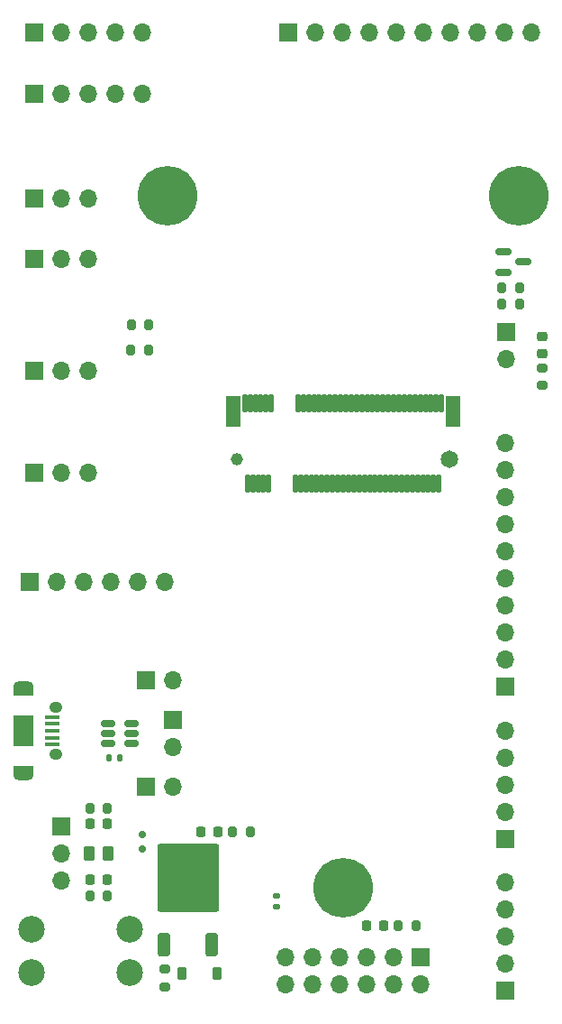
<source format=gts>
G04 #@! TF.GenerationSoftware,KiCad,Pcbnew,7.0.9+1*
G04 #@! TF.CreationDate,2023-12-16T14:52:44+01:00*
G04 #@! TF.ProjectId,byron,6279726f-6e2e-46b6-9963-61645f706362,rev?*
G04 #@! TF.SameCoordinates,Original*
G04 #@! TF.FileFunction,Soldermask,Top*
G04 #@! TF.FilePolarity,Negative*
%FSLAX46Y46*%
G04 Gerber Fmt 4.6, Leading zero omitted, Abs format (unit mm)*
G04 Created by KiCad (PCBNEW 7.0.9+1) date 2023-12-16 14:52:44*
%MOMM*%
%LPD*%
G01*
G04 APERTURE LIST*
G04 Aperture macros list*
%AMRoundRect*
0 Rectangle with rounded corners*
0 $1 Rounding radius*
0 $2 $3 $4 $5 $6 $7 $8 $9 X,Y pos of 4 corners*
0 Add a 4 corners polygon primitive as box body*
4,1,4,$2,$3,$4,$5,$6,$7,$8,$9,$2,$3,0*
0 Add four circle primitives for the rounded corners*
1,1,$1+$1,$2,$3*
1,1,$1+$1,$4,$5*
1,1,$1+$1,$6,$7*
1,1,$1+$1,$8,$9*
0 Add four rect primitives between the rounded corners*
20,1,$1+$1,$2,$3,$4,$5,0*
20,1,$1+$1,$4,$5,$6,$7,0*
20,1,$1+$1,$6,$7,$8,$9,0*
20,1,$1+$1,$8,$9,$2,$3,0*%
G04 Aperture macros list end*
%ADD10RoundRect,0.200000X-0.275000X0.200000X-0.275000X-0.200000X0.275000X-0.200000X0.275000X0.200000X0*%
%ADD11R,1.700000X1.700000*%
%ADD12O,1.700000X1.700000*%
%ADD13RoundRect,0.250000X0.350000X-0.850000X0.350000X0.850000X-0.350000X0.850000X-0.350000X-0.850000X0*%
%ADD14RoundRect,0.249997X2.650003X-2.950003X2.650003X2.950003X-2.650003X2.950003X-2.650003X-2.950003X0*%
%ADD15RoundRect,0.218750X-0.218750X-0.256250X0.218750X-0.256250X0.218750X0.256250X-0.218750X0.256250X0*%
%ADD16RoundRect,0.200000X0.200000X0.275000X-0.200000X0.275000X-0.200000X-0.275000X0.200000X-0.275000X0*%
%ADD17RoundRect,0.135000X0.185000X-0.135000X0.185000X0.135000X-0.185000X0.135000X-0.185000X-0.135000X0*%
%ADD18RoundRect,0.200000X-0.200000X-0.275000X0.200000X-0.275000X0.200000X0.275000X-0.200000X0.275000X0*%
%ADD19RoundRect,0.250000X-0.262500X-0.450000X0.262500X-0.450000X0.262500X0.450000X-0.262500X0.450000X0*%
%ADD20C,5.600000*%
%ADD21RoundRect,0.140000X0.140000X0.170000X-0.140000X0.170000X-0.140000X-0.170000X0.140000X-0.170000X0*%
%ADD22C,1.150000*%
%ADD23C,1.650000*%
%ADD24RoundRect,0.072000X-0.150000X-0.775000X0.150000X-0.775000X0.150000X0.775000X-0.150000X0.775000X0*%
%ADD25RoundRect,0.072000X-0.600000X-1.375000X0.600000X-1.375000X0.600000X1.375000X-0.600000X1.375000X0*%
%ADD26RoundRect,0.150000X-0.200000X0.150000X-0.200000X-0.150000X0.200000X-0.150000X0.200000X0.150000X0*%
%ADD27RoundRect,0.218750X0.218750X0.256250X-0.218750X0.256250X-0.218750X-0.256250X0.218750X-0.256250X0*%
%ADD28RoundRect,0.150000X-0.512500X-0.150000X0.512500X-0.150000X0.512500X0.150000X-0.512500X0.150000X0*%
%ADD29RoundRect,0.200000X0.275000X-0.200000X0.275000X0.200000X-0.275000X0.200000X-0.275000X-0.200000X0*%
%ADD30RoundRect,0.218750X-0.256250X0.218750X-0.256250X-0.218750X0.256250X-0.218750X0.256250X0.218750X0*%
%ADD31RoundRect,0.225000X0.225000X0.375000X-0.225000X0.375000X-0.225000X-0.375000X0.225000X-0.375000X0*%
%ADD32RoundRect,0.150000X-0.587500X-0.150000X0.587500X-0.150000X0.587500X0.150000X-0.587500X0.150000X0*%
%ADD33R,1.350000X0.400000*%
%ADD34O,1.900000X1.000000*%
%ADD35R,1.900000X0.875000*%
%ADD36O,1.250000X1.050000*%
%ADD37R,1.900000X2.900000*%
%ADD38C,2.500000*%
G04 APERTURE END LIST*
D10*
X102425000Y-124050000D03*
X102425000Y-125700000D03*
D11*
X90200000Y-41950000D03*
D12*
X92740000Y-41950000D03*
X95280000Y-41950000D03*
X97820000Y-41950000D03*
X100360000Y-41950000D03*
D13*
X102320000Y-121800000D03*
D14*
X104600000Y-115500000D03*
D13*
X106880000Y-121800000D03*
D11*
X100700000Y-96950000D03*
D12*
X103240000Y-96950000D03*
D11*
X134450000Y-97530000D03*
D12*
X134450000Y-94990000D03*
X134450000Y-92450000D03*
X134450000Y-89910000D03*
X134450000Y-87370000D03*
X134450000Y-84830000D03*
X134450000Y-82290000D03*
X134450000Y-79750000D03*
X134450000Y-77210000D03*
X134450000Y-74670000D03*
D15*
X95412500Y-115700000D03*
X96987500Y-115700000D03*
D11*
X126450000Y-122910000D03*
D12*
X126450000Y-125450000D03*
X123910000Y-122910000D03*
X123910000Y-125450000D03*
X121370000Y-122910000D03*
X121370000Y-125450000D03*
X118830000Y-122910000D03*
X118830000Y-125450000D03*
X116290000Y-122910000D03*
X116290000Y-125450000D03*
X113750000Y-122910000D03*
X113750000Y-125450000D03*
D16*
X135775000Y-60150000D03*
X134125000Y-60150000D03*
D11*
X89700000Y-87700000D03*
D12*
X92240000Y-87700000D03*
X94780000Y-87700000D03*
X97320000Y-87700000D03*
X99860000Y-87700000D03*
X102400000Y-87700000D03*
D11*
X103200000Y-100700000D03*
D12*
X103200000Y-103240000D03*
D11*
X134450000Y-126070000D03*
D12*
X134450000Y-123530000D03*
X134450000Y-120990000D03*
X134450000Y-118450000D03*
X134450000Y-115910000D03*
D11*
X92700000Y-110660000D03*
D12*
X92700000Y-113200000D03*
X92700000Y-115740000D03*
D17*
X112950000Y-118210000D03*
X112950000Y-117190000D03*
D18*
X95375000Y-117200000D03*
X97025000Y-117200000D03*
D15*
X105862500Y-111200000D03*
X107437500Y-111200000D03*
D19*
X95287500Y-113200000D03*
X97112500Y-113200000D03*
D11*
X90200000Y-57450000D03*
D12*
X92740000Y-57450000D03*
X95280000Y-57450000D03*
D11*
X114040000Y-36200000D03*
D12*
X116580000Y-36200000D03*
X119120000Y-36200000D03*
X121660000Y-36200000D03*
X124200000Y-36200000D03*
X126740000Y-36200000D03*
X129280000Y-36200000D03*
X131820000Y-36200000D03*
X134360000Y-36200000D03*
X136900000Y-36200000D03*
D20*
X135700000Y-51450000D03*
D18*
X99225000Y-65950000D03*
X100875000Y-65950000D03*
D21*
X98180000Y-104200000D03*
X97220000Y-104200000D03*
D22*
X109200000Y-76200000D03*
D23*
X129200000Y-76200000D03*
D24*
X109950000Y-70925000D03*
X110200000Y-78475000D03*
X110450000Y-70925000D03*
X110700000Y-78475000D03*
X110950000Y-70925000D03*
X111200000Y-78475000D03*
X111450000Y-70925000D03*
X111700000Y-78475000D03*
X111950000Y-70925000D03*
X112200000Y-78475000D03*
X112450000Y-70925000D03*
X114700000Y-78475000D03*
X114950000Y-70925000D03*
X115200000Y-78475000D03*
X115450000Y-70925000D03*
X115700000Y-78475000D03*
X115950000Y-70925000D03*
X116200000Y-78475000D03*
X116450000Y-70925000D03*
X116700000Y-78475000D03*
X116950000Y-70925000D03*
X117200000Y-78475000D03*
X117450000Y-70925000D03*
X117700000Y-78475000D03*
X117950000Y-70925000D03*
X118200000Y-78475000D03*
X118450000Y-70925000D03*
X118700000Y-78475000D03*
X118950000Y-70925000D03*
X119200000Y-78475000D03*
X119450000Y-70925000D03*
X119700000Y-78475000D03*
X119950000Y-70925000D03*
X120200000Y-78475000D03*
X120450000Y-70925000D03*
X120700000Y-78475000D03*
X120950000Y-70925000D03*
X121200000Y-78475000D03*
X121450000Y-70925000D03*
X121700000Y-78475000D03*
X121950000Y-70925000D03*
X122200000Y-78475000D03*
X122450000Y-70925000D03*
X122700000Y-78475000D03*
X122950000Y-70925000D03*
X123200000Y-78475000D03*
X123450000Y-70925000D03*
X123700000Y-78475000D03*
X123950000Y-70925000D03*
X124200000Y-78475000D03*
X124450000Y-70925000D03*
X124700000Y-78475000D03*
X124950000Y-70925000D03*
X125200000Y-78475000D03*
X125450000Y-70925000D03*
X125700000Y-78475000D03*
X125950000Y-70925000D03*
X126200000Y-78475000D03*
X126450000Y-70925000D03*
X126700000Y-78475000D03*
X126950000Y-70925000D03*
X127200000Y-78475000D03*
X127450000Y-70925000D03*
X127700000Y-78475000D03*
X127950000Y-70925000D03*
X128200000Y-78475000D03*
X128450000Y-70925000D03*
D25*
X108850000Y-71700000D03*
X129550000Y-71700000D03*
D26*
X100350000Y-112800000D03*
X100350000Y-111400000D03*
D27*
X96987500Y-110450000D03*
X95412500Y-110450000D03*
D18*
X99275000Y-63600000D03*
X100925000Y-63600000D03*
D15*
X121412500Y-119950000D03*
X122987500Y-119950000D03*
D20*
X102700000Y-51450000D03*
D16*
X126025000Y-119950000D03*
X124375000Y-119950000D03*
X110475000Y-111200000D03*
X108825000Y-111200000D03*
D28*
X97062500Y-101000000D03*
X97062500Y-101950000D03*
X97062500Y-102900000D03*
X99337500Y-102900000D03*
X99337500Y-101950000D03*
X99337500Y-101000000D03*
D29*
X137950000Y-69275000D03*
X137950000Y-67625000D03*
D11*
X134450000Y-111820000D03*
D12*
X134450000Y-109280000D03*
X134450000Y-106740000D03*
X134450000Y-104200000D03*
X134450000Y-101660000D03*
D11*
X100700000Y-106950000D03*
D12*
X103240000Y-106950000D03*
D11*
X90200000Y-51700000D03*
D12*
X92740000Y-51700000D03*
X95280000Y-51700000D03*
D20*
X119200000Y-116450000D03*
D11*
X134500000Y-64260000D03*
D12*
X134500000Y-66800000D03*
D30*
X137950000Y-64700001D03*
X137950000Y-66275001D03*
D18*
X134125000Y-61650000D03*
X135775000Y-61650000D03*
X95375000Y-108950000D03*
X97025000Y-108950000D03*
D11*
X90200000Y-77450000D03*
D12*
X92740000Y-77450000D03*
X95280000Y-77450000D03*
D31*
X107325000Y-124450000D03*
X104025000Y-124450000D03*
D11*
X90200000Y-36200000D03*
D12*
X92740000Y-36200000D03*
X95280000Y-36200000D03*
X97820000Y-36200000D03*
X100360000Y-36200000D03*
D11*
X90160000Y-67950000D03*
D12*
X92700000Y-67950000D03*
X95240000Y-67950000D03*
D32*
X134262500Y-56750000D03*
X134262500Y-58650000D03*
X136137500Y-57700000D03*
D33*
X91825000Y-103000000D03*
X91825000Y-102350000D03*
X91825000Y-101700000D03*
X91825000Y-101050000D03*
X91825000Y-100400000D03*
D34*
X89150000Y-97525000D03*
D35*
X89150000Y-97962500D03*
D36*
X92150000Y-99475000D03*
D37*
X89150000Y-101700000D03*
D36*
X92150000Y-103925000D03*
D35*
X89150000Y-105437500D03*
D34*
X89150000Y-105875000D03*
D38*
X89900000Y-120350000D03*
X99100000Y-120350000D03*
X89900000Y-124350000D03*
X99100000Y-124350000D03*
M02*

</source>
